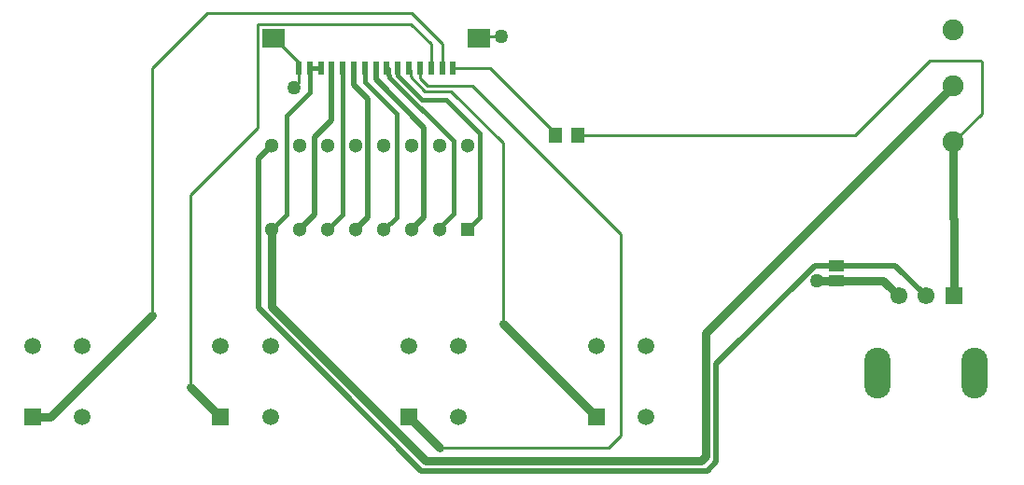
<source format=gtl>
G04*
G04 #@! TF.GenerationSoftware,Altium Limited,Altium Designer,20.1.12 (249)*
G04*
G04 Layer_Physical_Order=1*
G04 Layer_Color=255*
%FSLAX25Y25*%
%MOIN*%
G70*
G04*
G04 #@! TF.SameCoordinates,7D01FC5B-E23C-4C92-B969-1582809840FB*
G04*
G04*
G04 #@! TF.FilePolarity,Positive*
G04*
G01*
G75*
%ADD12C,0.01000*%
%ADD13C,0.02000*%
%ADD15R,0.04724X0.05709*%
%ADD16R,0.05315X0.04331*%
%ADD17R,0.02362X0.05118*%
%ADD18R,0.07874X0.07087*%
%ADD23C,0.06102*%
%ADD24R,0.06102X0.06102*%
G04:AMPARAMS|DCode=25|XSize=94.49mil|YSize=181.1mil|CornerRadius=47.24mil|HoleSize=0mil|Usage=FLASHONLY|Rotation=180.000|XOffset=0mil|YOffset=0mil|HoleType=Round|Shape=RoundedRectangle|*
%AMROUNDEDRECTD25*
21,1,0.09449,0.08661,0,0,180.0*
21,1,0.00000,0.18110,0,0,180.0*
1,1,0.09449,0.00000,0.04331*
1,1,0.09449,0.00000,0.04331*
1,1,0.09449,0.00000,-0.04331*
1,1,0.09449,0.00000,-0.04331*
%
%ADD25ROUNDEDRECTD25*%
%ADD29C,0.05118*%
%ADD30R,0.05118X0.05118*%
%ADD32C,0.03000*%
%ADD33C,0.01500*%
%ADD34C,0.07480*%
%ADD35R,0.05906X0.05906*%
%ADD36C,0.05906*%
%ADD37C,0.05000*%
D12*
X281122Y257811D02*
Y266700D01*
X197381Y277681D02*
X270141D01*
X281122Y266700D01*
X215400Y273681D02*
X270004D01*
X277185Y266500D01*
Y257811D02*
Y266500D01*
X215400Y236500D02*
Y273681D01*
X455200Y260700D02*
X473214D01*
X463700Y231500D02*
X473800Y241600D01*
Y260114D01*
X473214Y260700D02*
X473800Y260114D01*
X329537Y234000D02*
X428500D01*
X455200Y260700D01*
X285059Y257811D02*
X298344D01*
X321663Y234492D01*
Y234000D02*
Y234492D01*
X229941Y252441D02*
Y257811D01*
X228300Y250800D02*
X229941Y252441D01*
X340600Y122100D02*
X345000Y126500D01*
Y198400D01*
X280213Y122100D02*
X340600D01*
X291800Y251600D02*
X345000Y198400D01*
X177500Y169400D02*
Y257800D01*
X275100Y249600D02*
X284400D01*
X269992Y254708D02*
X275100Y249600D01*
X269311Y257811D02*
X269992Y257130D01*
Y254708D02*
Y257130D01*
X273248Y254280D02*
Y257811D01*
X275928Y251600D02*
X291800D01*
X273248Y254280D02*
X275928Y251600D01*
X294114Y268638D02*
X294776Y269300D01*
X302400D01*
X229941Y257811D02*
Y259976D01*
X221280Y268638D02*
X229941Y259976D01*
X220886Y268638D02*
X221280D01*
X284400Y249600D02*
X302900Y231100D01*
Y166547D02*
Y231100D01*
X177500Y257800D02*
X197381Y277681D01*
X191400Y212500D02*
X215400Y236500D01*
X191400Y143780D02*
Y212500D01*
D13*
X273600Y114000D02*
X375792D01*
X240200Y147400D02*
Y147550D01*
Y147400D02*
X273600Y114000D01*
X215641Y172109D02*
X240200Y147550D01*
X215641Y172109D02*
Y225541D01*
X375792Y114000D02*
X378900Y117108D01*
Y152108D02*
X414148Y187356D01*
X378900Y117108D02*
Y152108D01*
X422000Y187356D02*
X443103D01*
X414148D02*
X422000D01*
X215641Y225541D02*
X220200Y230100D01*
X443103Y187356D02*
X454000Y176459D01*
X257500Y257811D02*
X257536Y257775D01*
Y253864D02*
Y257775D01*
Y253864D02*
X274759Y236641D01*
Y204659D02*
Y236641D01*
X270200Y200100D02*
X274759Y204659D01*
X250200Y200100D02*
X254759Y204659D01*
Y246841D01*
X249626Y251974D02*
X254759Y246841D01*
X249626Y251974D02*
Y257811D01*
X230200Y200100D02*
X235641Y205541D01*
Y233041D01*
X241752Y239152D01*
Y257811D01*
D15*
X321663Y234000D02*
D03*
X329537D02*
D03*
D16*
X422000Y187356D02*
D03*
Y181844D02*
D03*
D17*
X229941Y257811D02*
D03*
X233878D02*
D03*
X245689D02*
D03*
X249626D02*
D03*
X269311D02*
D03*
X273248D02*
D03*
X277185D02*
D03*
X281122D02*
D03*
X285059D02*
D03*
X265374D02*
D03*
X261437D02*
D03*
X257500D02*
D03*
X253563D02*
D03*
X241752D02*
D03*
X237815D02*
D03*
D18*
X294114Y268638D02*
D03*
X220886D02*
D03*
D23*
X444157Y176459D02*
D03*
X454000D02*
D03*
D24*
X463843D02*
D03*
D25*
X436677Y148900D02*
D03*
X471323D02*
D03*
D29*
X290200Y230100D02*
D03*
X280200D02*
D03*
X270200D02*
D03*
X260200D02*
D03*
X250200D02*
D03*
X240200D02*
D03*
X230200D02*
D03*
X220200D02*
D03*
Y200100D02*
D03*
X230200D02*
D03*
X240200D02*
D03*
X250200D02*
D03*
X260200D02*
D03*
X270200D02*
D03*
X280200D02*
D03*
D30*
X290200D02*
D03*
D32*
X375400Y119257D02*
Y163200D01*
X463700Y251500D01*
X220200Y172500D02*
Y200100D01*
X275200Y117500D02*
X373643D01*
X220200Y172500D02*
X275200Y117500D01*
X373643D02*
X375400Y119257D01*
X269208Y133105D02*
X280213Y122100D01*
X134942Y133105D02*
X141205D01*
X177500Y169400D01*
X422000Y181844D02*
X438772D01*
X415000D02*
X422000D01*
X438772D02*
X444157Y176459D01*
X463700Y204143D02*
Y231500D01*
Y204143D02*
X463843Y204000D01*
Y176459D02*
Y204000D01*
X302900Y166547D02*
X336342Y133105D01*
X191400Y143780D02*
X202075Y133105D01*
D33*
X265374Y255180D02*
X273862Y246692D01*
X262443Y254527D02*
Y255123D01*
X265374Y255180D02*
Y257811D01*
X285136Y205906D02*
Y231834D01*
X262443Y254527D02*
X285136Y231834D01*
X273862Y246692D02*
X282596D01*
X261868Y255698D02*
Y257380D01*
Y255698D02*
X262443Y255123D01*
X261437Y257811D02*
X261868Y257380D01*
X280200Y200970D02*
X285136Y205906D01*
X280200Y200100D02*
Y200970D01*
X233878Y249178D02*
Y257811D01*
X225496Y240796D02*
X233878Y249178D01*
Y257811D02*
X237815D01*
X220200Y200100D02*
X225496Y205396D01*
Y240796D01*
X260200Y200100D02*
X264800Y204700D01*
Y241700D01*
X253563Y252937D02*
X264800Y241700D01*
X253563Y252937D02*
Y257811D01*
X240200Y200100D02*
X245689Y205589D01*
Y257811D01*
X290200Y200100D02*
X294759Y204659D01*
Y234528D01*
X282596Y246692D02*
X294759Y234528D01*
D34*
X463700Y271500D02*
D03*
Y251500D02*
D03*
Y231500D02*
D03*
D35*
X134942Y133105D02*
D03*
X202075D02*
D03*
X269208D02*
D03*
X336342D02*
D03*
D36*
X152658D02*
D03*
Y158695D02*
D03*
X134942D02*
D03*
X219792Y133105D02*
D03*
Y158695D02*
D03*
X202075D02*
D03*
X286925Y133105D02*
D03*
Y158695D02*
D03*
X269208D02*
D03*
X354058Y133105D02*
D03*
Y158695D02*
D03*
X336342D02*
D03*
D37*
X228300Y250800D02*
D03*
X415000Y181844D02*
D03*
X302400Y269300D02*
D03*
M02*

</source>
